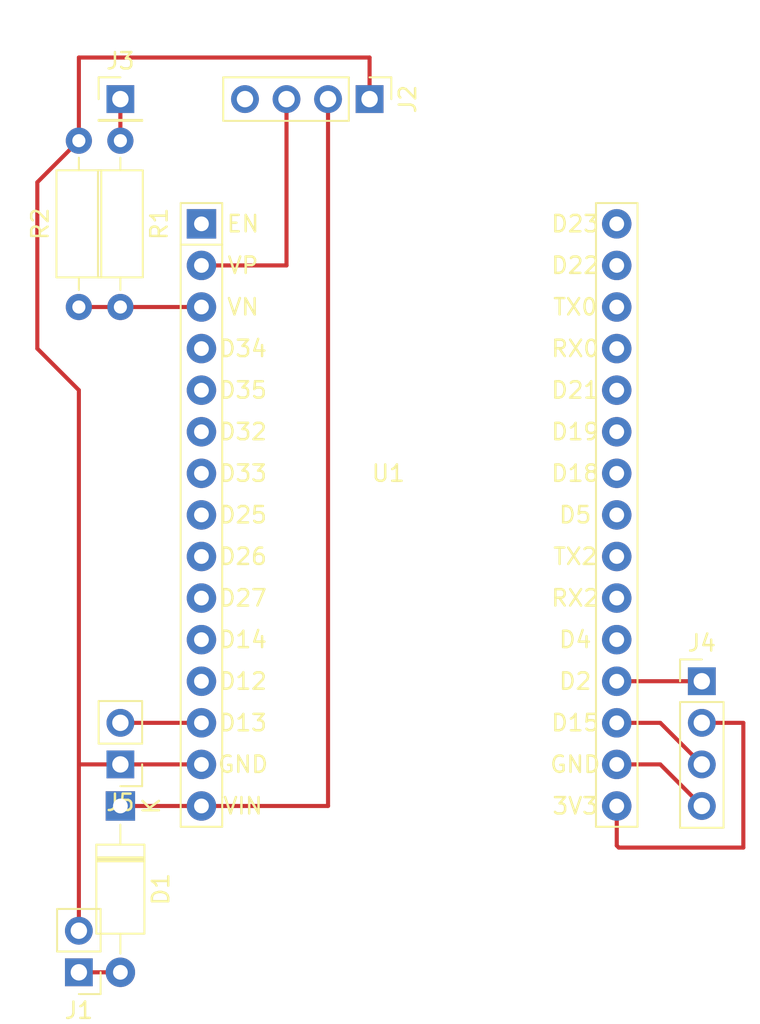
<source format=kicad_pcb>
(kicad_pcb (version 20211014) (generator pcbnew)
  (layers (0 "F.Cu" signal) (31 "B.Cu" signal) (34 "B.Paste" user) (35 "F.Paste" user) (36 "B.SilkS" user "B.Silkscreen") (37 "F.SilkS" user "F.Silkscreen") (38 "B.Mask" user) (39 "F.Mask" user) (44 "Edge.Cuts" user))
  (net 0 "")
  (net 1 "Net-(D1-Pad1)")
  (net 2 "Net-(D1-Pad2)")
  (net 3 "Net-(J1-Pad2)")
  (net 5 "Net-(J3-Pad1)")
  (net 6 "Net-(U1-Pad19)")
  (net 7 "Net-(U1-Pad16)")
  (net 8 "Net-(U1-Pad18)")
  (net 9 "Net-(J5-Pad2)")
  (net 10 "Net-(U1-Pad17)")
  (net 32 "Net-(J2-Pad3)")
  (net 33 "Net-(R1-Pad2)")
  (footprint "Resistor_THT:R_Axial_DIN0207_L6.3mm_D2.5mm_P10.16mm_Horizontal" (layer "F.Cu") (at 144.78 53.34 -90)
    (fp_text reference "R1" (at 5.08 -2.37 90) (layer "F.SilkS"))
    (fp_text value "180K")
    (fp_line (start 8.35 -1.37) (end 1.81 -1.37) (layer "F.SilkS") (width 0.12))
    (fp_line (start 1.81 1.37) (end 8.35 1.37) (layer "F.SilkS") (width 0.12))
    (fp_line (start 1.04 0) (end 1.81 0) (layer "F.SilkS") (width 0.12))
    (fp_line (start 1.81 -1.37) (end 1.81 1.37) (layer "F.SilkS") (width 0.12))
    (fp_line (start 9.12 0) (end 8.35 0) (layer "F.SilkS") (width 0.12))
    (fp_line (start 8.35 1.37) (end 8.35 -1.37) (layer "F.SilkS") (width 0.12))
    (pad "1" thru_hole circle (at 0 0 270) (size 1.6 1.6) (drill 0.8) (layers *.Cu *.Mask) (net 5 "Net-(J3-Pad1)"))
    (pad "2" thru_hole oval (at 10.16 0 270) (size 1.6 1.6) (drill 0.8) (layers *.Cu *.Mask) (net 33 "Net-(R1-Pad2)"))
  )
  (footprint "Diode_THT:D_A-405_P10.16mm_Horizontal" (layer "F.Cu") (at 144.78 93.98 -90)
    (fp_text reference "D1" (at 5.08 -2.47 90) (layer "F.SilkS"))
    (fp_text value "D")
    (fp_text user "K" (at 0 -1.9 90) (layer "F.SilkS"))
    (fp_line (start 3.26 -1.47) (end 3.26 1.47) (layer "F.SilkS") (width 0.12))
    (fp_line (start 7.8 1.47) (end 7.8 -1.47) (layer "F.SilkS") (width 0.12))
    (fp_line (start 2.36 1.47) (end 7.8 1.47) (layer "F.SilkS") (width 0.12))
    (fp_line (start 7.8 -1.47) (end 2.36 -1.47) (layer "F.SilkS") (width 0.12))
    (fp_line (start 1.14 0) (end 2.36 0) (layer "F.SilkS") (width 0.12))
    (fp_line (start 3.14 -1.47) (end 3.14 1.47) (layer "F.SilkS") (width 0.12))
    (fp_line (start 2.36 -1.47) (end 2.36 1.47) (layer "F.SilkS") (width 0.12))
    (fp_line (start 3.38 -1.47) (end 3.38 1.47) (layer "F.SilkS") (width 0.12))
    (fp_line (start 9.02 0) (end 7.8 0) (layer "F.SilkS") (width 0.12))
    (pad "1" thru_hole rect (at 0 0 270) (size 1.8 1.8) (drill 0.9) (layers *.Cu *.Mask) (net 1 "Net-(D1-Pad1)"))
    (pad "2" thru_hole oval (at 10.16 0 270) (size 1.8 1.8) (drill 0.9) (layers *.Cu *.Mask) (net 2 "Net-(D1-Pad2)"))
  )
  (footprint "Node_mcu:NodeMCU_SBC" (layer "F.Cu") (at 149.7375 58.42)
    (fp_text reference "U1" (at 11.43 15.24) (layer "F.SilkS"))
    (fp_text value "NodeMCU_ESP32")
    (fp_text user "D26" (at 2.54 20.32) (layer "F.SilkS"))
    (fp_text user "EN" (at 2.54 0) (layer "F.SilkS"))
    (fp_text user "TX0" (at 22.86 5.08) (layer "F.SilkS"))
    (fp_text user "D2" (at 22.86 27.94) (layer "F.SilkS"))
    (fp_text user "VIN" (at 2.54 35.56) (layer "F.SilkS"))
    (fp_text user "TX2" (at 22.86 20.32) (layer "F.SilkS"))
    (fp_text user "D18" (at 22.86 15.24) (layer "F.SilkS"))
    (fp_text user "GND" (at 22.86 33.02) (layer "F.SilkS"))
    (fp_text user "D23" (at 22.86 0) (layer "F.SilkS"))
    (fp_text user "D25" (at 2.54 17.78) (layer "F.SilkS"))
    (fp_text user "D14" (at 2.54 25.4) (layer "F.SilkS"))
    (fp_text user "3V3" (at 22.86 35.56) (layer "F.SilkS"))
    (fp_text user "D19" (at 22.86 12.7) (layer "F.SilkS"))
    (fp_text user "D34" (at 2.54 7.62) (layer "F.SilkS"))
    (fp_text user "D35" (at 2.54 10.16) (layer "F.SilkS"))
    (fp_text user "D22" (at 22.86 2.54) (layer "F.SilkS"))
    (fp_text user "D21" (at 22.86 10.16) (layer "F.SilkS"))
    (fp_text user "RX2" (at 22.86 22.86) (layer "F.SilkS"))
    (fp_text user "D4" (at 22.86 25.4) (layer "F.SilkS"))
    (fp_text user "D12" (at 2.54 27.94) (layer "F.SilkS"))
    (fp_text user "D33" (at 2.54 15.24) (layer "F.SilkS"))
    (fp_text user "D32" (at 2.54 12.7) (layer "F.SilkS"))
    (fp_text user "D15" (at 22.86 30.48) (layer "F.SilkS"))
    (fp_text user "D5" (at 22.86 17.78) (layer "F.SilkS"))
    (fp_text user "GND" (at 2.54 33.02) (layer "F.SilkS"))
    (fp_text user "D13" (at 2.54 30.48) (layer "F.SilkS"))
    (fp_text user "VN" (at 2.54 5.08) (layer "F.SilkS"))
    (fp_text user "D27" (at 2.54 22.86) (layer "F.SilkS"))
    (fp_text user "RX0" (at 22.86 7.62) (layer "F.SilkS"))
    (fp_text user "VP" (at 2.54 2.54) (layer "F.SilkS"))
    (fp_line (start 24.13 -1.27) (end 24.13 36.83) (layer "F.SilkS") (width 0.12))
    (fp_line (start 1.27 36.83) (end 1.27 -1.27) (layer "F.SilkS") (width 0.12))
    (fp_line (start 24.13 36.83) (end 26.67 36.83) (layer "F.SilkS") (width 0.12))
    (fp_line (start -1.27 -1.27) (end -1.27 36.83) (layer "F.SilkS") (width 0.12))
    (fp_line (start 1.27 -1.27) (end -1.27 -1.27) (layer "F.SilkS") (width 0.12))
    (fp_line (start 26.67 36.83) (end 26.67 -1.27) (layer "F.SilkS") (width 0.12))
    (fp_line (start 1.27 1.27) (end -1.27 1.27) (layer "F.SilkS") (width 0.12))
    (fp_line (start -1.27 36.83) (end 1.27 36.83) (layer "F.SilkS") (width 0.12))
    (fp_line (start 26.67 -1.27) (end 24.13 -1.27) (layer "F.SilkS") (width 0.12))
    (pad "" np_thru_hole circle (at 25.3475 -4.25) (size 3.2 3.2) (drill 3.2) (layers *.Cu *.Mask))
    (pad "" np_thru_hole circle (at 25.3475 43.18) (size 3.2 3.2) (drill 3.2) (layers *.Cu *.Mask))
    (pad "" np_thru_hole circle (at 0.1125 43.18) (size 3.2 3.2) (drill 3.2) (layers *.Cu *.Mask))
    (pad "" np_thru_hole circle (at 0.0625 -4.25) (size 3.2 3.2) (drill 3.2) (layers *.Cu *.Mask))
    (pad "1" thru_hole rect (at 0 0) (size 1.8 1.8) (drill 0.9) (layers *.Cu *.Mask))
    (pad "2" thru_hole circle (at 0 2.54) (size 1.8 1.8) (drill 0.9) (layers *.Cu *.Mask) (net 32 "Net-(J2-Pad3)"))
    (pad "3" thru_hole circle (at 0 5.08) (size 1.8 1.8) (drill 0.9) (layers *.Cu *.Mask) (net 33 "Net-(R1-Pad2)"))
    (pad "4" thru_hole circle (at 0 7.62) (size 1.8 1.8) (drill 0.9) (layers *.Cu *.Mask))
    (pad "5" thru_hole circle (at 0 10.16) (size 1.8 1.8) (drill 0.9) (layers *.Cu *.Mask))
    (pad "6" thru_hole circle (at 0 12.7) (size 1.8 1.8) (drill 0.9) (layers *.Cu *.Mask))
    (pad "7" thru_hole circle (at 0 15.24) (size 1.8 1.8) (drill 0.9) (layers *.Cu *.Mask))
    (pad "8" thru_hole circle (at 0 17.78) (size 1.8 1.8) (drill 0.9) (layers *.Cu *.Mask))
    (pad "9" thru_hole circle (at 0 20.32) (size 1.8 1.8) (drill 0.9) (layers *.Cu *.Mask))
    (pad "10" thru_hole circle (at 0 22.86) (size 1.8 1.8) (drill 0.9) (layers *.Cu *.Mask))
    (pad "11" thru_hole circle (at 0 25.4) (size 1.8 1.8) (drill 0.9) (layers *.Cu *.Mask))
    (pad "12" thru_hole circle (at 0 27.94) (size 1.8 1.8) (drill 0.9) (layers *.Cu *.Mask))
    (pad "13" thru_hole circle (at 0 30.48) (size 1.8 1.8) (drill 0.9) (layers *.Cu *.Mask) (net 9 "Net-(J5-Pad2)"))
    (pad "14" thru_hole circle (at 0 33.02) (size 1.8 1.8) (drill 0.9) (layers *.Cu *.Mask) (net 3 "Net-(J1-Pad2)"))
    (pad "15" thru_hole circle (at 0 35.56) (size 1.8 1.8) (drill 0.9) (layers *.Cu *.Mask) (net 1 "Net-(D1-Pad1)"))
    (pad "16" thru_hole circle (at 25.4 35.56) (size 1.8 1.8) (drill 0.9) (layers *.Cu *.Mask) (net 7 "Net-(U1-Pad16)"))
    (pad "17" thru_hole circle (at 25.4 33.02) (size 1.8 1.8) (drill 0.9) (layers *.Cu *.Mask) (net 10 "Net-(U1-Pad17)"))
    (pad "18" thru_hole circle (at 25.4 30.48) (size 1.8 1.8) (drill 0.9) (layers *.Cu *.Mask) (net 8 "Net-(U1-Pad18)"))
    (pad "19" thru_hole circle (at 25.4 27.94) (size 1.8 1.8) (drill 0.9) (layers *.Cu *.Mask) (net 6 "Net-(U1-Pad19)"))
    (pad "20" thru_hole circle (at 25.4 25.4) (size 1.8 1.8) (drill 0.9) (layers *.Cu *.Mask))
    (pad "21" thru_hole circle (at 25.4 22.86) (size 1.8 1.8) (drill 0.9) (layers *.Cu *.Mask))
    (pad "22" thru_hole circle (at 25.4 20.32) (size 1.8 1.8) (drill 0.9) (layers *.Cu *.Mask))
    (pad "23" thru_hole circle (at 25.4 17.78) (size 1.8 1.8) (drill 0.9) (layers *.Cu *.Mask))
    (pad "24" thru_hole circle (at 25.4 15.24) (size 1.8 1.8) (drill 0.9) (layers *.Cu *.Mask))
    (pad "25" thru_hole circle (at 25.4 12.7) (size 1.8 1.8) (drill 0.9) (layers *.Cu *.Mask))
    (pad "26" thru_hole circle (at 25.4 10.16) (size 1.8 1.8) (drill 0.9) (layers *.Cu *.Mask))
    (pad "27" thru_hole circle (at 25.4 7.62) (size 1.8 1.8) (drill 0.9) (layers *.Cu *.Mask))
    (pad "28" thru_hole circle (at 25.4 5.08) (size 1.8 1.8) (drill 0.9) (layers *.Cu *.Mask))
    (pad "29" thru_hole circle (at 25.4 2.54) (size 1.8 1.8) (drill 0.9) (layers *.Cu *.Mask))
    (pad "30" thru_hole circle (at 25.4 0) (size 1.8 1.8) (drill 0.9) (layers *.Cu *.Mask))
  )
  (footprint "Resistor_THT:R_Axial_DIN0207_L6.3mm_D2.5mm_P10.16mm_Horizontal" (layer "F.Cu") (at 142.24 63.5 90)
    (fp_text reference "R2" (at 5.08 -2.37 90) (layer "F.SilkS"))
    (fp_text value "12K")
    (fp_line (start 8.35 1.37) (end 8.35 -1.37) (layer "F.SilkS") (width 0.12))
    (fp_line (start 1.81 -1.37) (end 1.81 1.37) (layer "F.SilkS") (width 0.12))
    (fp_line (start 1.04 0) (end 1.81 0) (layer "F.SilkS") (width 0.12))
    (fp_line (start 8.35 -1.37) (end 1.81 -1.37) (layer "F.SilkS") (width 0.12))
    (fp_line (start 1.81 1.37) (end 8.35 1.37) (layer "F.SilkS") (width 0.12))
    (fp_line (start 9.12 0) (end 8.35 0) (layer "F.SilkS") (width 0.12))
    (pad "1" thru_hole circle (at 0 0 90) (size 1.6 1.6) (drill 0.8) (layers *.Cu *.Mask) (net 33 "Net-(R1-Pad2)"))
    (pad "2" thru_hole oval (at 10.16 0 90) (size 1.6 1.6) (drill 0.8) (layers *.Cu *.Mask) (net 3 "Net-(J1-Pad2)"))
  )
  (footprint "Connector_PinHeader_2.54mm:PinHeader_1x04_P2.54mm_Vertical" (layer "F.Cu") (at 180.34 86.36)
    (fp_text reference "J4" (at 0 -2.33) (layer "F.SilkS"))
    (fp_text value "Conn_I2C")
    (fp_line (start -1.33 1.27) (end -1.33 8.95) (layer "F.SilkS") (width 0.12))
    (fp_line (start -1.33 8.95) (end 1.33 8.95) (layer "F.SilkS") (width 0.12))
    (fp_line (start -1.33 0) (end -1.33 -1.33) (layer "F.SilkS") (width 0.12))
    (fp_line (start 1.33 1.27) (end 1.33 8.95) (layer "F.SilkS") (width 0.12))
    (fp_line (start -1.33 -1.33) (end 0 -1.33) (layer "F.SilkS") (width 0.12))
    (fp_line (start -1.33 1.27) (end 1.33 1.27) (layer "F.SilkS") (width 0.12))
    (pad "1" thru_hole rect (at 0 0) (size 1.7 1.7) (drill 1) (layers *.Cu *.Mask) (net 6 "Net-(U1-Pad19)"))
    (pad "2" thru_hole oval (at 0 2.54) (size 1.7 1.7) (drill 1) (layers *.Cu *.Mask) (net 7 "Net-(U1-Pad16)"))
    (pad "3" thru_hole oval (at 0 5.08) (size 1.7 1.7) (drill 1) (layers *.Cu *.Mask) (net 8 "Net-(U1-Pad18)"))
    (pad "4" thru_hole oval (at 0 7.62) (size 1.7 1.7) (drill 1) (layers *.Cu *.Mask) (net 10 "Net-(U1-Pad17)"))
  )
  (footprint "Connector_PinHeader_2.54mm:PinHeader_1x01_P2.54mm_Vertical" (layer "F.Cu") (at 144.78 50.8)
    (fp_text reference "J3" (at 0 -2.33) (layer "F.SilkS"))
    (fp_text value "Conn_battery")
    (fp_line (start -1.33 -1.33) (end 0 -1.33) (layer "F.SilkS") (width 0.12))
    (fp_line (start 1.33 1.27) (end 1.33 1.33) (layer "F.SilkS") (width 0.12))
    (fp_line (start -1.33 1.27) (end -1.33 1.33) (layer "F.SilkS") (width 0.12))
    (fp_line (start -1.33 1.33) (end 1.33 1.33) (layer "F.SilkS") (width 0.12))
    (fp_line (start -1.33 1.27) (end 1.33 1.27) (layer "F.SilkS") (width 0.12))
    (fp_line (start -1.33 0) (end -1.33 -1.33) (layer "F.SilkS") (width 0.12))
    (pad "1" thru_hole rect (at 0 0) (size 1.7 1.7) (drill 1) (layers *.Cu *.Mask) (net 5 "Net-(J3-Pad1)"))
  )
  (footprint "Connector_PinHeader_2.54mm:PinHeader_1x02_P2.54mm_Vertical" (layer "F.Cu") (at 142.24 104.14 180)
    (fp_text reference "J1" (at 0 -2.33) (layer "F.SilkS"))
    (fp_text value "Conn_alim")
    (fp_line (start -1.33 3.87) (end 1.33 3.87) (layer "F.SilkS") (width 0.12))
    (fp_line (start -1.33 1.27) (end -1.33 3.87) (layer "F.SilkS") (width 0.12))
    (fp_line (start -1.33 -1.33) (end 0 -1.33) (layer "F.SilkS") (width 0.12))
    (fp_line (start -1.33 1.27) (end 1.33 1.27) (layer "F.SilkS") (width 0.12))
    (fp_line (start 1.33 1.27) (end 1.33 3.87) (layer "F.SilkS") (width 0.12))
    (fp_line (start -1.33 0) (end -1.33 -1.33) (layer "F.SilkS") (width 0.12))
    (pad "1" thru_hole rect (at 0 0 180) (size 1.7 1.7) (drill 1) (layers *.Cu *.Mask) (net 2 "Net-(D1-Pad2)"))
    (pad "2" thru_hole oval (at 0 2.54 180) (size 1.7 1.7) (drill 1) (layers *.Cu *.Mask) (net 3 "Net-(J1-Pad2)"))
  )
  (footprint "Connector_PinHeader_2.54mm:PinHeader_1x02_P2.54mm_Vertical" (layer "F.Cu") (at 144.78 91.44 180)
    (fp_text reference "J5" (at 0 -2.33) (layer "F.SilkS"))
    (fp_text value "Conn_speed_sensor")
    (fp_line (start -1.33 0) (end -1.33 -1.33) (layer "F.SilkS") (width 0.12))
    (fp_line (start -1.33 1.27) (end 1.33 1.27) (layer "F.SilkS") (width 0.12))
    (fp_line (start -1.33 1.27) (end -1.33 3.87) (layer "F.SilkS") (width 0.12))
    (fp_line (start -1.33 -1.33) (end 0 -1.33) (layer "F.SilkS") (width 0.12))
    (fp_line (start 1.33 1.27) (end 1.33 3.87) (layer "F.SilkS") (width 0.12))
    (fp_line (start -1.33 3.87) (end 1.33 3.87) (layer "F.SilkS") (width 0.12))
    (pad "1" thru_hole rect (at 0 0 180) (size 1.7 1.7) (drill 1) (layers *.Cu *.Mask) (net 3 "Net-(J1-Pad2)"))
    (pad "2" thru_hole oval (at 0 2.54 180) (size 1.7 1.7) (drill 1) (layers *.Cu *.Mask) (net 9 "Net-(J5-Pad2)"))
  )
  (footprint "Connector_PinHeader_2.54mm:PinHeader_1x04_P2.54mm_Vertical" (layer "F.Cu") (at 160.02 50.8 -90)
    (fp_text reference "J2" (at 0 -2.33 90) (layer "F.SilkS"))
    (fp_text value "Conn_HSTS016L")
    (fp_line (start -1.33 0) (end -1.33 -1.33) (layer "F.SilkS") (width 0.12))
    (fp_line (start -1.33 -1.33) (end 0 -1.33) (layer "F.SilkS") (width 0.12))
    (fp_line (start -1.33 1.27) (end 1.33 1.27) (layer "F.SilkS") (width 0.12))
    (fp_line (start -1.33 1.27) (end -1.33 8.95) (layer "F.SilkS") (width 0.12))
    (fp_line (start 1.33 1.27) (end 1.33 8.95) (layer "F.SilkS") (width 0.12))
    (fp_line (start -1.33 8.95) (end 1.33 8.95) (layer "F.SilkS") (width 0.12))
    (pad "1" thru_hole rect (at 0 0 270) (size 1.7 1.7) (drill 1) (layers *.Cu *.Mask) (net 3 "Net-(J1-Pad2)"))
    (pad "2" thru_hole oval (at 0 2.54 270) (size 1.7 1.7) (drill 1) (layers *.Cu *.Mask) (net 1 "Net-(D1-Pad1)"))
    (pad "3" thru_hole oval (at 0 5.08 270) (size 1.7 1.7) (drill 1) (layers *.Cu *.Mask) (net 32 "Net-(J2-Pad3)"))
    (pad "4" thru_hole oval (at 0 7.62 270) (size 1.7 1.7) (drill 1) (layers *.Cu *.Mask))
  )
  (segment (start 157.48 93.98) (end 157.48 50.8) (width 0.25) (layer "F.Cu") (net 1))
  (segment (start 144.78 93.98) (end 149.7375 93.98) (width 0.25) (layer "F.Cu") (net 1))
  (segment (start 149.7375 93.98) (end 157.48 93.98) (width 0.25) (layer "F.Cu") (net 1))
  (segment (start 142.24 104.14) (end 144.78 104.14) (width 0.25) (layer "F.Cu") (net 2))
  (segment (start 142.24 53.34) (end 142.24 48.26) (width 0.25) (layer "F.Cu") (net 3))
  (segment (start 139.7 66.04) (end 139.7 55.88) (width 0.25) (layer "F.Cu") (net 3))
  (segment (start 160.02 48.26) (end 160.02 50.8) (width 0.25) (layer "F.Cu") (net 3))
  (segment (start 142.24 68.58) (end 139.7 66.04) (width 0.25) (layer "F.Cu") (net 3))
  (segment (start 142.24 48.26) (end 160.02 48.26) (width 0.25) (layer "F.Cu") (net 3))
  (segment (start 144.78 91.44) (end 149.7375 91.44) (width 0.25) (layer "F.Cu") (net 3))
  (segment (start 139.7 55.88) (end 142.24 53.34) (width 0.25) (layer "F.Cu") (net 3))
  (segment (start 142.24 91.44) (end 142.24 68.58) (width 0.25) (layer "F.Cu") (net 3))
  (segment (start 142.24 91.44) (end 144.78 91.44) (width 0.25) (layer "F.Cu") (net 3))
  (segment (start 142.24 101.6) (end 142.24 91.44) (width 0.25) (layer "F.Cu") (net 3))
  (segment (start 144.78 50.8) (end 144.78 53.34) (width 0.25) (layer "F.Cu") (net 5))
  (segment (start 175.1375 86.36) (end 180.34 86.36) (width 0.25) (layer "F.Cu") (net 6))
  (segment (start 182.88 88.9) (end 182.88 96.52) (width 0.25) (layer "F.Cu") (net 7))
  (segment (start 182.88 96.52) (end 175.26 96.52) (width 0.25) (layer "F.Cu") (net 7))
  (segment (start 175.26 96.52) (end 175.1375 96.3975) (width 0.25) (layer "F.Cu") (net 7))
  (segment (start 175.1375 96.3975) (end 175.1375 93.98) (width 0.25) (layer "F.Cu") (net 7))
  (segment (start 180.34 88.9) (end 182.88 88.9) (width 0.25) (layer "F.Cu") (net 7))
  (segment (start 180.34 91.44) (end 177.8 88.9) (width 0.25) (layer "F.Cu") (net 8))
  (segment (start 177.8 88.9) (end 175.1375 88.9) (width 0.25) (layer "F.Cu") (net 8))
  (segment (start 144.78 88.9) (end 149.7375 88.9) (width 0.25) (layer "F.Cu") (net 9))
  (segment (start 180.34 93.98) (end 177.8 91.44) (width 0.25) (layer "F.Cu") (net 10))
  (segment (start 177.8 91.44) (end 175.1375 91.44) (width 0.25) (layer "F.Cu") (net 10))
  (segment (start 154.94 60.96) (end 149.7375 60.96) (width 0.25) (layer "F.Cu") (net 32))
  (segment (start 154.94 50.8) (end 154.94 60.96) (width 0.25) (layer "F.Cu") (net 32))
  (segment (start 144.78 63.5) (end 149.7375 63.5) (width 0.25) (layer "F.Cu") (net 33))
  (segment (start 144.78 63.5) (end 142.24 63.5) (width 0.25) (layer "F.Cu") (net 33))
)
</source>
